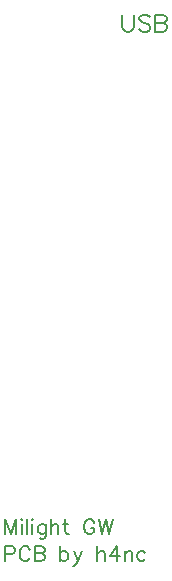
<source format=gto>
G04 Layer: TopSilkLayer*
G04 EasyEDA v6.2.46, 2019-11-02T22:46:44+01:00*
G04 ac1458d9b49046569834fa52976d048a,2f1dc3ff27c442d188d0821d71f234e9,NaN*
G04 Gerber Generator version 0.2*
G04 Scale: 100 percent, Rotated: No, Reflected: No *
G04 Dimensions in millimeters *
G04 leading zeros omitted , absolute positions ,3 integer and 3 decimal *
%FSLAX33Y33*%
%MOMM*%
G90*
G71D02*

%ADD14C,0.203200*%

%LPD*%
G54D14*
G01X10922Y47299D02*
G01X10922Y46276D01*
G01X10990Y46073D01*
G01X11127Y45935D01*
G01X11330Y45867D01*
G01X11468Y45867D01*
G01X11671Y45935D01*
G01X11808Y46073D01*
G01X11877Y46276D01*
G01X11877Y47299D01*
G01X13281Y47096D02*
G01X13144Y47231D01*
G01X12941Y47299D01*
G01X12666Y47299D01*
G01X12463Y47231D01*
G01X12326Y47096D01*
G01X12326Y46959D01*
G01X12395Y46822D01*
G01X12463Y46753D01*
G01X12598Y46687D01*
G01X13007Y46550D01*
G01X13144Y46481D01*
G01X13213Y46413D01*
G01X13281Y46276D01*
G01X13281Y46073D01*
G01X13144Y45935D01*
G01X12941Y45867D01*
G01X12666Y45867D01*
G01X12463Y45935D01*
G01X12326Y46073D01*
G01X13731Y47299D02*
G01X13731Y45867D01*
G01X13731Y47299D02*
G01X14345Y47299D01*
G01X14549Y47231D01*
G01X14617Y47162D01*
G01X14686Y47028D01*
G01X14686Y46890D01*
G01X14617Y46753D01*
G01X14549Y46687D01*
G01X14345Y46619D01*
G01X13731Y46619D02*
G01X14345Y46619D01*
G01X14549Y46550D01*
G01X14617Y46481D01*
G01X14686Y46344D01*
G01X14686Y46141D01*
G01X14617Y46004D01*
G01X14549Y45935D01*
G01X14345Y45867D01*
G01X13731Y45867D01*
G01X1016Y2283D02*
G01X1016Y1043D01*
G01X1016Y2283D02*
G01X1546Y2283D01*
G01X1724Y2225D01*
G01X1783Y2166D01*
G01X1844Y2047D01*
G01X1844Y1869D01*
G01X1783Y1752D01*
G01X1724Y1694D01*
G01X1546Y1633D01*
G01X1016Y1633D01*
G01X3119Y1988D02*
G01X3060Y2105D01*
G01X2941Y2225D01*
G01X2824Y2283D01*
G01X2588Y2283D01*
G01X2468Y2225D01*
G01X2352Y2105D01*
G01X2293Y1988D01*
G01X2232Y1811D01*
G01X2232Y1516D01*
G01X2293Y1338D01*
G01X2352Y1219D01*
G01X2468Y1102D01*
G01X2588Y1043D01*
G01X2824Y1043D01*
G01X2941Y1102D01*
G01X3060Y1219D01*
G01X3119Y1338D01*
G01X3510Y2283D02*
G01X3510Y1043D01*
G01X3510Y2283D02*
G01X4041Y2283D01*
G01X4218Y2225D01*
G01X4277Y2166D01*
G01X4335Y2047D01*
G01X4335Y1930D01*
G01X4277Y1811D01*
G01X4218Y1752D01*
G01X4041Y1694D01*
G01X3510Y1694D02*
G01X4041Y1694D01*
G01X4218Y1633D01*
G01X4277Y1574D01*
G01X4335Y1455D01*
G01X4335Y1280D01*
G01X4277Y1160D01*
G01X4218Y1102D01*
G01X4041Y1043D01*
G01X3510Y1043D01*
G01X5636Y2283D02*
G01X5636Y1043D01*
G01X5636Y1694D02*
G01X5755Y1811D01*
G01X5872Y1869D01*
G01X6050Y1869D01*
G01X6169Y1811D01*
G01X6286Y1694D01*
G01X6344Y1516D01*
G01X6344Y1397D01*
G01X6286Y1219D01*
G01X6169Y1102D01*
G01X6050Y1043D01*
G01X5872Y1043D01*
G01X5755Y1102D01*
G01X5636Y1219D01*
G01X6794Y1869D02*
G01X7150Y1043D01*
G01X7503Y1869D02*
G01X7150Y1043D01*
G01X7030Y807D01*
G01X6913Y688D01*
G01X6794Y629D01*
G01X6736Y629D01*
G01X8803Y2283D02*
G01X8803Y1043D01*
G01X8803Y1633D02*
G01X8981Y1811D01*
G01X9100Y1869D01*
G01X9276Y1869D01*
G01X9395Y1811D01*
G01X9453Y1633D01*
G01X9453Y1043D01*
G01X10434Y2283D02*
G01X9845Y1455D01*
G01X10731Y1455D01*
G01X10434Y2283D02*
G01X10434Y1043D01*
G01X11120Y1869D02*
G01X11120Y1043D01*
G01X11120Y1633D02*
G01X11297Y1811D01*
G01X11414Y1869D01*
G01X11592Y1869D01*
G01X11711Y1811D01*
G01X11770Y1633D01*
G01X11770Y1043D01*
G01X12870Y1694D02*
G01X12750Y1811D01*
G01X12633Y1869D01*
G01X12456Y1869D01*
G01X12336Y1811D01*
G01X12219Y1694D01*
G01X12161Y1516D01*
G01X12161Y1397D01*
G01X12219Y1219D01*
G01X12336Y1102D01*
G01X12456Y1043D01*
G01X12633Y1043D01*
G01X12750Y1102D01*
G01X12870Y1219D01*
G01X1016Y4569D02*
G01X1016Y3329D01*
G01X1016Y4569D02*
G01X1488Y3329D01*
G01X1960Y4569D02*
G01X1488Y3329D01*
G01X1960Y4569D02*
G01X1960Y3329D01*
G01X2352Y4569D02*
G01X2410Y4511D01*
G01X2468Y4569D01*
G01X2410Y4627D01*
G01X2352Y4569D01*
G01X2410Y4155D02*
G01X2410Y3329D01*
G01X2860Y4569D02*
G01X2860Y3329D01*
G01X3248Y4569D02*
G01X3309Y4511D01*
G01X3368Y4569D01*
G01X3309Y4627D01*
G01X3248Y4569D01*
G01X3309Y4155D02*
G01X3309Y3329D01*
G01X4467Y4155D02*
G01X4467Y3210D01*
G01X4406Y3032D01*
G01X4348Y2974D01*
G01X4231Y2915D01*
G01X4053Y2915D01*
G01X3934Y2974D01*
G01X4467Y3980D02*
G01X4348Y4097D01*
G01X4231Y4155D01*
G01X4053Y4155D01*
G01X3934Y4097D01*
G01X3817Y3980D01*
G01X3756Y3802D01*
G01X3756Y3683D01*
G01X3817Y3505D01*
G01X3934Y3388D01*
G01X4053Y3329D01*
G01X4231Y3329D01*
G01X4348Y3388D01*
G01X4467Y3505D01*
G01X4856Y4569D02*
G01X4856Y3329D01*
G01X4856Y3919D02*
G01X5034Y4097D01*
G01X5151Y4155D01*
G01X5328Y4155D01*
G01X5448Y4097D01*
G01X5506Y3919D01*
G01X5506Y3329D01*
G01X6073Y4569D02*
G01X6073Y3566D01*
G01X6134Y3388D01*
G01X6250Y3329D01*
G01X6370Y3329D01*
G01X5897Y4155D02*
G01X6309Y4155D01*
G01X8554Y4274D02*
G01X8496Y4391D01*
G01X8379Y4511D01*
G01X8260Y4569D01*
G01X8023Y4569D01*
G01X7907Y4511D01*
G01X7787Y4391D01*
G01X7729Y4274D01*
G01X7670Y4097D01*
G01X7670Y3802D01*
G01X7729Y3624D01*
G01X7787Y3505D01*
G01X7907Y3388D01*
G01X8023Y3329D01*
G01X8260Y3329D01*
G01X8379Y3388D01*
G01X8496Y3505D01*
G01X8554Y3624D01*
G01X8554Y3802D01*
G01X8260Y3802D02*
G01X8554Y3802D01*
G01X8945Y4569D02*
G01X9240Y3329D01*
G01X9537Y4569D02*
G01X9240Y3329D01*
G01X9537Y4569D02*
G01X9832Y3329D01*
G01X10126Y4569D02*
G01X9832Y3329D01*
M00*
M02*

</source>
